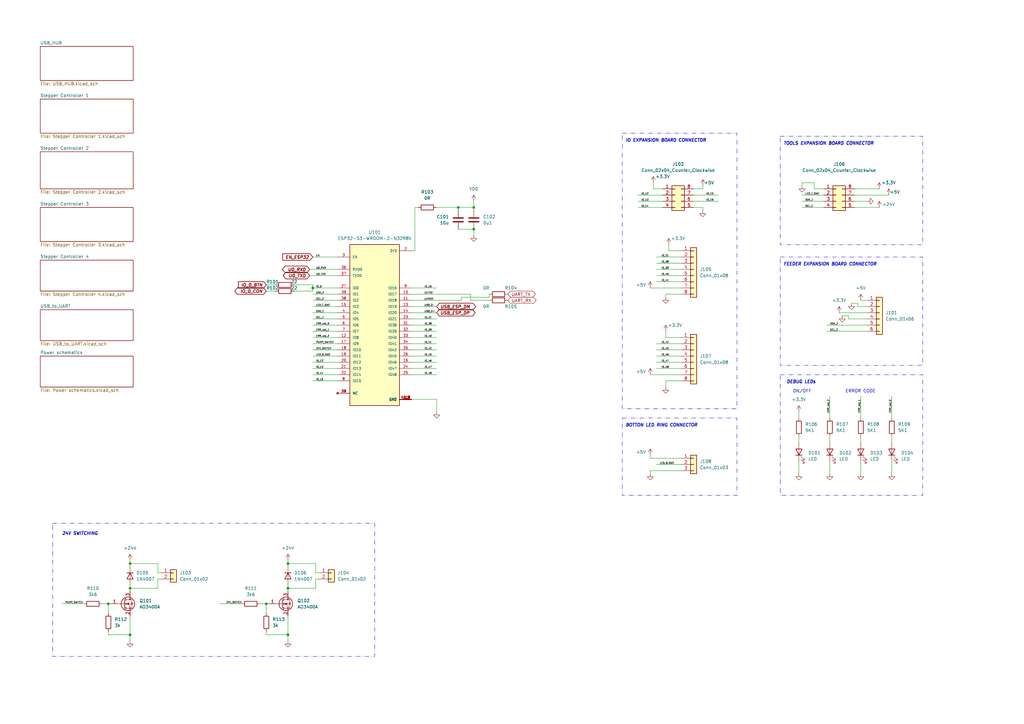
<source format=kicad_sch>
(kicad_sch (version 20230121) (generator eeschema)
  (paper "A3")
  (lib_symbols
    (symbol "Connector_Generic:Conn_01x02" (pin_names (offset 1.016) hide)
      (property "Reference" "J" (at 0 2.54 0))
      (property "Value" "Conn_01x02" (at 0 -5.08 0))
      (symbol "Conn_01x02_1_1"
        (rectangle (start -1.27 -2.413) (end 0 -2.667) (stroke (width 0.1524)))
        (rectangle (start -1.27 0.127) (end 0 -0.127) (stroke (width 0.1524)))
        (rectangle (start -1.27 1.27) (end 1.27 -3.81) (stroke (width 0.254)) (fill (type background)))
        (pin passive line (at -5.08 0 0) (length 3.81) (name "Pin_1") (number "1"))
        (pin passive line (at -5.08 -2.54 0) (length 3.81) (name "Pin_2") (number "2"))
      )
    )
    (symbol "Connector_Generic:Conn_01x03" (pin_names (offset 1.016) hide)
      (property "Reference" "J" (at 0 5.08 0))
      (property "Value" "Conn_01x03" (at 0 -5.08 0))
      (symbol "Conn_01x03_1_1"
        (rectangle (start -1.27 -2.413) (end 0 -2.667) (stroke (width 0.1524)))
        (rectangle (start -1.27 0.127) (end 0 -0.127) (stroke (width 0.1524)))
        (rectangle (start -1.27 2.667) (end 0 2.413) (stroke (width 0.1524)))
        (rectangle (start -1.27 3.81) (end 1.27 -3.81) (stroke (width 0.254)) (fill (type background)))
        (pin passive line (at -5.08 2.54 0) (length 3.81) (name "Pin_1") (number "1"))
        (pin passive line (at -5.08 0 0) (length 3.81) (name "Pin_2") (number "2"))
        (pin passive line (at -5.08 -2.54 0) (length 3.81) (name "Pin_3") (number "3"))
      )
    )
    (symbol "Connector_Generic:Conn_01x06" (pin_names (offset 1.016) hide)
      (property "Reference" "J" (at 0 7.62 0))
      (property "Value" "Conn_01x06" (at 0 -10.16 0))
      (symbol "Conn_01x06_1_1"
        (rectangle (start -1.27 -7.493) (end 0 -7.747) (stroke (width 0.1524)))
        (rectangle (start -1.27 -4.953) (end 0 -5.207) (stroke (width 0.1524)))
        (rectangle (start -1.27 -2.413) (end 0 -2.667) (stroke (width 0.1524)))
        (rectangle (start -1.27 0.127) (end 0 -0.127) (stroke (width 0.1524)))
        (rectangle (start -1.27 2.667) (end 0 2.413) (stroke (width 0.1524)))
        (rectangle (start -1.27 5.207) (end 0 4.953) (stroke (width 0.1524)))
        (rectangle (start -1.27 6.35) (end 1.27 -8.89) (stroke (width 0.254)) (fill (type background)))
        (pin passive line (at -5.08 5.08 0) (length 3.81) (name "Pin_1") (number "1"))
        (pin passive line (at -5.08 2.54 0) (length 3.81) (name "Pin_2") (number "2"))
        (pin passive line (at -5.08 0 0) (length 3.81) (name "Pin_3") (number "3"))
        (pin passive line (at -5.08 -2.54 0) (length 3.81) (name "Pin_4") (number "4"))
        (pin passive line (at -5.08 -5.08 0) (length 3.81) (name "Pin_5") (number "5"))
        (pin passive line (at -5.08 -7.62 0) (length 3.81) (name "Pin_6") (number "6"))
      )
    )
    (symbol "Connector_Generic:Conn_01x08" (pin_names (offset 1.016) hide)
      (property "Reference" "J" (at 0 10.16 0))
      (property "Value" "Conn_01x08" (at 0 -12.7 0))
      (symbol "Conn_01x08_1_1"
        (rectangle (start -1.27 -10.033) (end 0 -10.287) (stroke (width 0.1524)))
        (rectangle (start -1.27 -7.493) (end 0 -7.747) (stroke (width 0.1524)))
        (rectangle (start -1.27 -4.953) (end 0 -5.207) (stroke (width 0.1524)))
        (rectangle (start -1.27 -2.413) (end 0 -2.667) (stroke (width 0.1524)))
        (rectangle (start -1.27 0.127) (end 0 -0.127) (stroke (width 0.1524)))
        (rectangle (start -1.27 2.667) (end 0 2.413) (stroke (width 0.1524)))
        (rectangle (start -1.27 5.207) (end 0 4.953) (stroke (width 0.1524)))
        (rectangle (start -1.27 7.747) (end 0 7.493) (stroke (width 0.1524)))
        (rectangle (start -1.27 8.89) (end 1.27 -11.43) (stroke (width 0.254)) (fill (type background)))
        (pin passive line (at -5.08 7.62 0) (length 3.81) (name "Pin_1") (number "1"))
        (pin passive line (at -5.08 5.08 0) (length 3.81) (name "Pin_2") (number "2"))
        (pin passive line (at -5.08 2.54 0) (length 3.81) (name "Pin_3") (number "3"))
        (pin passive line (at -5.08 0 0) (length 3.81) (name "Pin_4") (number "4"))
        (pin passive line (at -5.08 -2.54 0) (length 3.81) (name "Pin_5") (number "5"))
        (pin passive line (at -5.08 -5.08 0) (length 3.81) (name "Pin_6") (number "6"))
        (pin passive line (at -5.08 -7.62 0) (length 3.81) (name "Pin_7") (number "7"))
        (pin passive line (at -5.08 -10.16 0) (length 3.81) (name "Pin_8") (number "8"))
      )
    )
    (symbol "Connector_Generic:Conn_02x04_Counter_Clockwise" (pin_names (offset 1.016) hide)
      (property "Reference" "J" (at 1.27 5.08 0))
      (property "Value" "Conn_02x04_Counter_Clockwise" (at 1.27 -7.62 0))
      (symbol "Conn_02x04_Counter_Clockwise_1_1"
        (rectangle (start -1.27 -4.953) (end 0 -5.207) (stroke (width 0.1524)))
        (rectangle (start -1.27 -2.413) (end 0 -2.667) (stroke (width 0.1524)))
        (rectangle (start -1.27 0.127) (end 0 -0.127) (stroke (width 0.1524)))
        (rectangle (start -1.27 2.667) (end 0 2.413) (stroke (width 0.1524)))
        (rectangle (start -1.27 3.81) (end 3.81 -6.35) (stroke (width 0.254)) (fill (type background)))
        (rectangle (start 3.81 -4.953) (end 2.54 -5.207) (stroke (width 0.1524)))
        (rectangle (start 3.81 -2.413) (end 2.54 -2.667) (stroke (width 0.1524)))
        (rectangle (start 3.81 0.127) (end 2.54 -0.127) (stroke (width 0.1524)))
        (rectangle (start 3.81 2.667) (end 2.54 2.413) (stroke (width 0.1524)))
        (pin passive line (at -5.08 2.54 0) (length 3.81) (name "Pin_1") (number "1"))
        (pin passive line (at -5.08 0 0) (length 3.81) (name "Pin_2") (number "2"))
        (pin passive line (at -5.08 -2.54 0) (length 3.81) (name "Pin_3") (number "3"))
        (pin passive line (at -5.08 -5.08 0) (length 3.81) (name "Pin_4") (number "4"))
        (pin passive line (at 7.62 -5.08 180) (length 3.81) (name "Pin_5") (number "5"))
        (pin passive line (at 7.62 -2.54 180) (length 3.81) (name "Pin_6") (number "6"))
        (pin passive line (at 7.62 0 180) (length 3.81) (name "Pin_7") (number "7"))
        (pin passive line (at 7.62 2.54 180) (length 3.81) (name "Pin_8") (number "8"))
      )
    )
    (symbol "Device:C" (pin_numbers hide) (pin_names (offset 0.254))
      (property "Reference" "C" (at 0.635 2.54 0))
      (property "Value" "C" (at 0.635 -2.54 0))
      (symbol "C_0_1"
        (polyline (pts (xy -2.032 -0.762) (xy 2.032 -0.762)) (stroke (width 0.508)))
        (polyline (pts (xy -2.032 0.762) (xy 2.032 0.762)) (stroke (width 0.508)))
      )
      (symbol "C_1_1"
        (pin passive line (at 0 3.81 270) (length 2.794) (name "~") (number "1"))
        (pin passive line (at 0 -3.81 90) (length 2.794) (name "~") (number "2"))
      )
    )
    (symbol "Device:LED" (pin_numbers hide) (pin_names (offset 1.016) hide)
      (property "Reference" "D" (at 0 2.54 0))
      (property "Value" "LED" (at 0 -2.54 0))
      (symbol "LED_0_1"
        (polyline (pts (xy -1.27 -1.27) (xy -1.27 1.27)) (stroke (width 0.254)))
        (polyline (pts (xy -1.27 0) (xy 1.27 0)))
        (polyline (pts (xy 1.27 -1.27) (xy 1.27 1.27) (xy -1.27 0) (xy 1.27 -1.27)) (stroke (width 0.254)))
        (polyline (pts (xy -3.048 -0.762) (xy -4.572 -2.286) (xy -3.81 -2.286) (xy -4.572 -2.286) (xy -4.572 -1.524)))
        (polyline (pts (xy -1.778 -0.762) (xy -3.302 -2.286) (xy -2.54 -2.286) (xy -3.302 -2.286) (xy -3.302 -1.524)))
      )
      (symbol "LED_1_1"
        (pin passive line (at -3.81 0 0) (length 2.54) (name "K") (number "1"))
        (pin passive line (at 3.81 0 180) (length 2.54) (name "A") (number "2"))
      )
    )
    (symbol "Device:R" (pin_numbers hide) (pin_names (offset 0))
      (property "Reference" "R" (at 2.032 0 90))
      (property "Value" "R" (at 0 0 90))
      (symbol "R_0_1"
        (rectangle (start -1.016 -2.54) (end 1.016 2.54) (stroke (width 0.254)))
      )
      (symbol "R_1_1"
        (pin passive line (at 0 3.81 270) (length 1.27) (name "~") (number "1"))
        (pin passive line (at 0 -3.81 90) (length 1.27) (name "~") (number "2"))
      )
    )
    (symbol "Diode:1N4007" (pin_numbers hide) (pin_names hide)
      (property "Reference" "D" (at 0 2.54 0))
      (property "Value" "1N4007" (at 0 -2.54 0))
      (symbol "1N4007_0_1"
        (polyline (pts (xy -1.27 1.27) (xy -1.27 -1.27)) (stroke (width 0.254)))
        (polyline (pts (xy 1.27 0) (xy -1.27 0)))
        (polyline (pts (xy 1.27 1.27) (xy 1.27 -1.27) (xy -1.27 0) (xy 1.27 1.27)) (stroke (width 0.254)))
      )
      (symbol "1N4007_1_1"
        (pin passive line (at -3.81 0 0) (length 2.54) (name "K") (number "1"))
        (pin passive line (at 3.81 0 180) (length 2.54) (name "A") (number "2"))
      )
    )
    (symbol "ESP32-S3-WROOM-2-N32R8V:ESP32-S3-WROOM-2-N32R8V" (pin_names (offset 1.016))
      (property "Reference" "U" (at -10.16 33.782 0))
      (property "Value" "ESP32-S3-WROOM-2-N32R8V" (at -10.16 -35.56 0))
      (symbol "ESP32-S3-WROOM-2-N32R8V_0_0"
        (rectangle (start -10.16 -33.02) (end 10.16 33.02) (stroke (width 0.254)) (fill (type background)))
        (pin power_in line (at 15.24 -30.48 180) (length 5.08) (name "GND") (number "1"))
        (pin bidirectional line (at 15.24 12.7 180) (length 5.08) (name "IO17") (number "10"))
        (pin bidirectional line (at 15.24 10.16 180) (length 5.08) (name "IO18") (number "11"))
        (pin bidirectional line (at -15.24 -5.08 0) (length 5.08) (name "IO8") (number "12"))
        (pin bidirectional line (at 15.24 7.62 180) (length 5.08) (name "IO19") (number "13"))
        (pin bidirectional line (at 15.24 5.08 180) (length 5.08) (name "IO20") (number "14"))
        (pin bidirectional line (at -15.24 7.62 0) (length 5.08) (name "IO3") (number "15"))
        (pin bidirectional line (at 15.24 -15.24 180) (length 5.08) (name "IO46") (number "16"))
        (pin bidirectional line (at -15.24 -7.62 0) (length 5.08) (name "IO9") (number "17"))
        (pin bidirectional line (at -15.24 -10.16 0) (length 5.08) (name "IO10") (number "18"))
        (pin bidirectional line (at -15.24 -12.7 0) (length 5.08) (name "IO11") (number "19"))
        (pin power_in line (at 15.24 30.48 180) (length 5.08) (name "3V3") (number "2"))
        (pin bidirectional line (at -15.24 -15.24 0) (length 5.08) (name "IO12") (number "20"))
        (pin bidirectional line (at -15.24 -17.78 0) (length 5.08) (name "IO13") (number "21"))
        (pin bidirectional line (at -15.24 -20.32 0) (length 5.08) (name "IO14") (number "22"))
        (pin bidirectional line (at 15.24 2.54 180) (length 5.08) (name "IO21") (number "23"))
        (pin bidirectional line (at 15.24 -17.78 180) (length 5.08) (name "IO47") (number "24"))
        (pin bidirectional line (at 15.24 -20.32 180) (length 5.08) (name "IO48") (number "25"))
        (pin bidirectional line (at 15.24 -12.7 180) (length 5.08) (name "IO45") (number "26"))
        (pin bidirectional line (at -15.24 15.24 0) (length 5.08) (name "IO0") (number "27"))
        (pin no_connect line (at -15.24 -27.94 0) (length 5.08) (name "NC") (number "28"))
        (pin no_connect line (at -15.24 -27.94 0) (length 5.08) (name "NC") (number "29"))
        (pin input line (at -15.24 27.94 0) (length 5.08) (name "EN") (number "3"))
        (pin no_connect line (at -15.24 -27.94 0) (length 5.08) (name "NC") (number "30"))
        (pin bidirectional line (at 15.24 0 180) (length 5.08) (name "IO38") (number "31"))
        (pin bidirectional line (at 15.24 -2.54 180) (length 5.08) (name "IO39") (number "32"))
        (pin bidirectional line (at 15.24 -5.08 180) (length 5.08) (name "IO40") (number "33"))
        (pin bidirectional line (at 15.24 -7.62 180) (length 5.08) (name "IO41") (number "34"))
        (pin bidirectional line (at 15.24 -10.16 180) (length 5.08) (name "IO42") (number "35"))
        (pin bidirectional line (at -15.24 22.86 0) (length 5.08) (name "RXD0") (number "36"))
        (pin bidirectional line (at -15.24 20.32 0) (length 5.08) (name "TXD0") (number "37"))
        (pin bidirectional line (at -15.24 10.16 0) (length 5.08) (name "IO2") (number "38"))
        (pin bidirectional line (at -15.24 12.7 0) (length 5.08) (name "IO1") (number "39"))
        (pin bidirectional line (at -15.24 5.08 0) (length 5.08) (name "IO4") (number "4"))
        (pin power_in line (at 15.24 -30.48 180) (length 5.08) (name "GND") (number "40"))
        (pin power_in line (at 15.24 -30.48 180) (length 5.08) (name "GND") (number "41_1"))
        (pin power_in line (at 15.24 -30.48 180) (length 5.08) (name "GND") (number "41_2"))
        (pin power_in line (at 15.24 -30.48 180) (length 5.08) (name "GND") (number "41_3"))
        (pin power_in line (at 15.24 -30.48 180) (length 5.08) (name "GND") (number "41_4"))
        (pin power_in line (at 15.24 -30.48 180) (length 5.08) (name "GND") (number "41_5"))
        (pin power_in line (at 15.24 -30.48 180) (length 5.08) (name "GND") (number "41_6"))
        (pin power_in line (at 15.24 -30.48 180) (length 5.08) (name "GND") (number "41_7"))
        (pin power_in line (at 15.24 -30.48 180) (length 5.08) (name "GND") (number "41_8"))
        (pin power_in line (at 15.24 -30.48 180) (length 5.08) (name "GND") (number "41_9"))
        (pin bidirectional line (at -15.24 2.54 0) (length 5.08) (name "IO5") (number "5"))
        (pin bidirectional line (at -15.24 0 0) (length 5.08) (name "IO6") (number "6"))
        (pin bidirectional line (at -15.24 -2.54 0) (length 5.08) (name "IO7") (number "7"))
        (pin bidirectional line (at -15.24 -22.86 0) (length 5.08) (name "IO15") (number "8"))
        (pin bidirectional line (at 15.24 15.24 180) (length 5.08) (name "IO16") (number "9"))
      )
    )
    (symbol "Transistor_FET:AO3400A" (pin_names hide)
      (property "Reference" "Q" (at 5.08 1.905 0))
      (property "Value" "AO3400A" (at 5.08 0 0))
      (symbol "AO3400A_0_1"
        (polyline (pts (xy 0.254 0) (xy -2.54 0)))
        (polyline (pts (xy 0.254 1.905) (xy 0.254 -1.905)) (stroke (width 0.254)))
        (polyline (pts (xy 0.762 -1.27) (xy 0.762 -2.286)) (stroke (width 0.254)))
        (polyline (pts (xy 0.762 0.508) (xy 0.762 -0.508)) (stroke (width 0.254)))
        (polyline (pts (xy 0.762 2.286) (xy 0.762 1.27)) (stroke (width 0.254)))
        (polyline (pts (xy 2.54 2.54) (xy 2.54 1.778)))
        (polyline (pts (xy 2.54 -2.54) (xy 2.54 0) (xy 0.762 0)))
        (polyline (pts (xy 0.762 -1.778) (xy 3.302 -1.778) (xy 3.302 1.778) (xy 0.762 1.778)))
        (polyline (pts (xy 1.016 0) (xy 2.032 0.381) (xy 2.032 -0.381) (xy 1.016 0)) (fill (type outline)))
        (polyline (pts (xy 2.794 0.508) (xy 2.921 0.381) (xy 3.683 0.381) (xy 3.81 0.254)))
        (polyline (pts (xy 3.302 0.381) (xy 2.921 -0.254) (xy 3.683 -0.254) (xy 3.302 0.381)))
        (circle (center 1.651 0) (radius 2.794) (stroke (width 0.254)))
        (circle (center 2.54 -1.778) (radius 0.254) (fill (type outline)))
        (circle (center 2.54 1.778) (radius 0.254) (fill (type outline)))
      )
      (symbol "AO3400A_1_1"
        (pin input line (at -5.08 0 0) (length 2.54) (name "G") (number "1"))
        (pin passive line (at 2.54 -5.08 90) (length 2.54) (name "S") (number "2"))
        (pin passive line (at 2.54 5.08 270) (length 2.54) (name "D") (number "3"))
      )
    )
    (symbol "power:+24V" (power) (pin_names (offset 0))
      (property "Value" "+24V" (at 0 3.556 0))
      (symbol "+24V_0_1"
        (polyline (pts (xy -0.762 1.27) (xy 0 2.54)))
        (polyline (pts (xy 0 0) (xy 0 2.54)))
        (polyline (pts (xy 0 2.54) (xy 0.762 1.27)))
      )
      (symbol "+24V_1_1"
        (pin power_in line (at 0 0 90) (length 0) hide (name "+24V") (number "1"))
      )
    )
    (symbol "power:+3.3V" (power) (pin_names (offset 0))
      (property "Value" "+3.3V" (at 0 3.556 0))
      (symbol "+3.3V_0_1"
        (polyline (pts (xy -0.762 1.27) (xy 0 2.54)))
        (polyline (pts (xy 0 0) (xy 0 2.54)))
        (polyline (pts (xy 0 2.54) (xy 0.762 1.27)))
      )
      (symbol "+3.3V_1_1"
        (pin power_in line (at 0 0 90) (length 0) hide (name "+3.3V") (number "1"))
      )
    )
    (symbol "power:+5V" (power) (pin_names (offset 0))
      (property "Value" "+5V" (at 0 3.556 0))
      (symbol "+5V_0_1"
        (polyline (pts (xy -0.762 1.27) (xy 0 2.54)))
        (polyline (pts (xy 0 0) (xy 0 2.54)))
        (polyline (pts (xy 0 2.54) (xy 0.762 1.27)))
      )
      (symbol "+5V_1_1"
        (pin power_in line (at 0 0 90) (length 0) hide (name "+5V") (number "1"))
      )
    )
    (symbol "power:GND" (power) (pin_names (offset 0))
      (property "Value" "GND" (at 0 -3.81 0))
      (symbol "GND_0_1"
        (polyline (pts (xy 0 0) (xy 0 -1.27) (xy 1.27 -1.27) (xy 0 -2.54) (xy -1.27 -1.27) (xy 0 -1.27)))
      )
      (symbol "GND_1_1"
        (pin power_in line (at 0 0 270) (length 0) hide (name "GND") (number "1"))
      )
    )
    (symbol "power:VDD" (power) (pin_names (offset 0))
      (property "Value" "+3.3_ESP" (at 0 5.08 0))
      (symbol "VDD_0_1"
        (polyline (pts (xy -0.762 1.27) (xy 0 2.54)))
        (polyline (pts (xy 0 0) (xy 0 2.54)))
        (polyline (pts (xy 0 2.54) (xy 0.762 1.27)))
      )
      (symbol "VDD_1_1"
        (pin power_in line (at 0 0 90) (length 0) hide (name "VDD") (number "1"))
      )
    )
  )
  (junction (at 194.31 85.09))
  (junction (at 118.11 231.14))
  (junction (at 118.11 260.35))
  (junction (at 53.34 241.3))
  (junction (at 53.34 231.14))
  (junction (at 128.27 118.11))
  (junction (at 187.96 85.09))
  (junction (at 194.31 93.98))
  (junction (at 109.22 247.65))
  (junction (at 118.11 241.3))
  (junction (at 44.45 247.65))
  (junction (at 53.34 260.35))
  (wire (pts (xy 274.32 100.33) (xy 274.32 102.87)))
  (wire (pts (xy 279.4 148.59) (xy 269.24 148.59)))
  (wire (pts (xy 130.81 237.49) (xy 129.54 237.49)))
  (wire (pts (xy 118.11 240.03) (xy 118.11 241.3)))
  (wire (pts (xy 194.31 93.98) (xy 194.31 96.52)))
  (wire (pts (xy 365.76 179.07) (xy 365.76 181.61)))
  (wire (pts (xy 279.4 113.03) (xy 269.24 113.03)))
  (wire (pts (xy 194.31 85.09) (xy 187.96 85.09)))
  (wire (pts (xy 128.27 135.89) (xy 138.43 135.89)))
  (wire (pts (xy 109.22 260.35) (xy 118.11 260.35)))
  (wire (pts (xy 266.7 187.96) (xy 279.4 187.96)))
  (wire (pts (xy 327.66 189.23) (xy 327.66 194.31)))
  (wire (pts (xy 284.48 85.09) (xy 288.29 85.09)))
  (wire (pts (xy 274.32 102.87) (xy 279.4 102.87)))
  (wire (pts (xy 353.06 162.56) (xy 353.06 171.45)))
  (wire (pts (xy 353.06 123.19) (xy 355.6 123.19)))
  (wire (pts (xy 266.7 193.04) (xy 279.4 193.04)))
  (wire (pts (xy 53.34 240.03) (xy 53.34 241.3)))
  (wire (pts (xy 273.05 135.89) (xy 273.05 138.43)))
  (wire (pts (xy 327.66 179.07) (xy 327.66 181.61)))
  (wire (pts (xy 128.27 138.43) (xy 138.43 138.43)))
  (wire (pts (xy 168.91 133.35) (xy 179.07 133.35)))
  (wire (pts (xy 53.34 252.73) (xy 53.34 260.35)))
  (wire (pts (xy 168.91 130.81) (xy 179.07 130.81)))
  (wire (pts (xy 345.44 129.54) (xy 347.98 129.54)))
  (wire (pts (xy 187.96 85.09) (xy 187.96 86.36)))
  (wire (pts (xy 347.98 129.54) (xy 347.98 130.81)))
  (wire (pts (xy 64.77 237.49) (xy 64.77 241.3)))
  (wire (pts (xy 347.98 130.81) (xy 355.6 130.81)))
  (wire (pts (xy 284.48 82.55) (xy 294.64 82.55)))
  (wire (pts (xy 66.04 234.95) (xy 64.77 234.95)))
  (wire (pts (xy 279.4 151.13) (xy 269.24 151.13)))
  (wire (pts (xy 353.06 189.23) (xy 353.06 194.31)))
  (wire (pts (xy 109.22 119.38) (xy 113.03 119.38)))
  (wire (pts (xy 109.22 247.65) (xy 110.49 247.65)))
  (wire (pts (xy 365.76 189.23) (xy 365.76 194.31)))
  (wire (pts (xy 193.04 120.65) (xy 193.04 123.19)))
  (wire (pts (xy 193.04 123.19) (xy 200.66 123.19)))
  (wire (pts (xy 168.91 120.65) (xy 193.04 120.65)))
  (wire (pts (xy 266.7 118.11) (xy 279.4 118.11)))
  (wire (pts (xy 128.27 116.84) (xy 120.65 116.84)))
  (wire (pts (xy 128.27 146.05) (xy 138.43 146.05)))
  (wire (pts (xy 273.05 138.43) (xy 279.4 138.43)))
  (wire (pts (xy 129.54 231.14) (xy 118.11 231.14)))
  (wire (pts (xy 128.27 151.13) (xy 138.43 151.13)))
  (wire (pts (xy 339.09 135.89) (xy 355.6 135.89)))
  (wire (pts (xy 266.7 153.67) (xy 279.4 153.67)))
  (wire (pts (xy 279.4 140.97) (xy 269.24 140.97)))
  (wire (pts (xy 168.91 138.43) (xy 179.07 138.43)))
  (wire (pts (xy 179.07 163.83) (xy 179.07 168.91)))
  (wire (pts (xy 189.23 123.19) (xy 189.23 121.92)))
  (wire (pts (xy 266.7 186.69) (xy 266.7 187.96)))
  (wire (pts (xy 279.4 146.05) (xy 269.24 146.05)))
  (wire (pts (xy 129.54 237.49) (xy 129.54 241.3)))
  (wire (pts (xy 350.52 82.55) (xy 355.6 82.55)))
  (wire (pts (xy 64.77 241.3) (xy 53.34 241.3)))
  (wire (pts (xy 350.52 80.01) (xy 364.49 80.01)))
  (wire (pts (xy 118.11 241.3) (xy 118.11 242.57)))
  (wire (pts (xy 261.62 85.09) (xy 271.78 85.09)))
  (wire (pts (xy 127 110.49) (xy 138.43 110.49)))
  (wire (pts (xy 273.05 120.65) (xy 273.05 121.92)))
  (wire (pts (xy 339.09 133.35) (xy 355.6 133.35)))
  (wire (pts (xy 350.52 85.09) (xy 360.68 85.09)))
  (wire (pts (xy 128.27 118.11) (xy 128.27 116.84)))
  (wire (pts (xy 120.65 119.38) (xy 128.27 119.38)))
  (wire (pts (xy 194.31 86.36) (xy 194.31 85.09)))
  (wire (pts (xy 128.27 105.41) (xy 138.43 105.41)))
  (wire (pts (xy 118.11 229.87) (xy 118.11 231.14)))
  (wire (pts (xy 279.4 115.57) (xy 269.24 115.57)))
  (wire (pts (xy 168.91 153.67) (xy 179.07 153.67)))
  (wire (pts (xy 118.11 252.73) (xy 118.11 260.35)))
  (wire (pts (xy 109.22 247.65) (xy 109.22 251.46)))
  (wire (pts (xy 168.91 148.59) (xy 179.07 148.59)))
  (wire (pts (xy 168.91 140.97) (xy 179.07 140.97)))
  (wire (pts (xy 128.27 125.73) (xy 138.43 125.73)))
  (wire (pts (xy 328.93 82.55) (xy 337.82 82.55)))
  (wire (pts (xy 128.27 133.35) (xy 138.43 133.35)))
  (wire (pts (xy 128.27 143.51) (xy 138.43 143.51)))
  (wire (pts (xy 288.29 77.47) (xy 284.48 77.47)))
  (wire (pts (xy 189.23 121.92) (xy 200.66 121.92)))
  (wire (pts (xy 53.34 260.35) (xy 53.34 262.89)))
  (wire (pts (xy 106.68 247.65) (xy 109.22 247.65)))
  (wire (pts (xy 44.45 259.08) (xy 44.45 260.35)))
  (wire (pts (xy 279.4 105.41) (xy 269.24 105.41)))
  (wire (pts (xy 349.25 124.46) (xy 351.79 124.46)))
  (wire (pts (xy 53.34 229.87) (xy 53.34 231.14)))
  (wire (pts (xy 328.93 85.09) (xy 337.82 85.09)))
  (wire (pts (xy 118.11 260.35) (xy 118.11 262.89)))
  (wire (pts (xy 127 113.03) (xy 138.43 113.03)))
  (wire (pts (xy 344.17 128.27) (xy 355.6 128.27)))
  (wire (pts (xy 351.79 125.73) (xy 355.6 125.73)))
  (wire (pts (xy 53.34 241.3) (xy 53.34 242.57)))
  (wire (pts (xy 109.22 259.08) (xy 109.22 260.35)))
  (wire (pts (xy 334.01 77.47) (xy 337.82 77.47)))
  (wire (pts (xy 168.91 135.89) (xy 179.07 135.89)))
  (wire (pts (xy 170.18 85.09) (xy 171.45 85.09)))
  (wire (pts (xy 187.96 93.98) (xy 194.31 93.98)))
  (wire (pts (xy 194.31 82.55) (xy 194.31 85.09)))
  (wire (pts (xy 288.29 76.2) (xy 288.29 77.47)))
  (wire (pts (xy 44.45 247.65) (xy 45.72 247.65)))
  (wire (pts (xy 168.91 151.13) (xy 179.07 151.13)))
  (wire (pts (xy 279.4 143.51) (xy 269.24 143.51)))
  (wire (pts (xy 340.36 189.23) (xy 340.36 194.31)))
  (wire (pts (xy 128.27 120.65) (xy 138.43 120.65)))
  (wire (pts (xy 129.54 241.3) (xy 118.11 241.3)))
  (wire (pts (xy 279.4 110.49) (xy 269.24 110.49)))
  (wire (pts (xy 334.01 77.47) (xy 334.01 74.93)))
  (wire (pts (xy 261.62 80.01) (xy 271.78 80.01)))
  (wire (pts (xy 351.79 124.46) (xy 351.79 125.73)))
  (wire (pts (xy 168.91 125.73) (xy 179.07 125.73)))
  (wire (pts (xy 130.81 234.95) (xy 129.54 234.95)))
  (wire (pts (xy 267.97 74.93) (xy 267.97 77.47)))
  (wire (pts (xy 365.76 162.56) (xy 365.76 171.45)))
  (wire (pts (xy 109.22 116.84) (xy 113.03 116.84)))
  (wire (pts (xy 179.07 85.09) (xy 187.96 85.09)))
  (wire (pts (xy 353.06 179.07) (xy 353.06 181.61)))
  (wire (pts (xy 279.4 107.95) (xy 269.24 107.95)))
  (wire (pts (xy 128.27 148.59) (xy 138.43 148.59)))
  (wire (pts (xy 53.34 231.14) (xy 53.34 232.41)))
  (wire (pts (xy 64.77 234.95) (xy 64.77 231.14)))
  (wire (pts (xy 269.24 190.5) (xy 279.4 190.5)))
  (wire (pts (xy 44.45 247.65) (xy 44.45 251.46)))
  (wire (pts (xy 267.97 77.47) (xy 271.78 77.47)))
  (wire (pts (xy 128.27 156.21) (xy 138.43 156.21)))
  (wire (pts (xy 279.4 120.65) (xy 273.05 120.65)))
  (wire (pts (xy 328.93 80.01) (xy 337.82 80.01)))
  (wire (pts (xy 284.48 80.01) (xy 294.64 80.01)))
  (wire (pts (xy 328.93 74.93) (xy 328.93 76.2)))
  (wire (pts (xy 90.17 247.65) (xy 99.06 247.65)))
  (wire (pts (xy 66.04 237.49) (xy 64.77 237.49)))
  (wire (pts (xy 128.27 118.11) (xy 138.43 118.11)))
  (wire (pts (xy 168.91 143.51) (xy 179.07 143.51)))
  (wire (pts (xy 273.05 156.21) (xy 279.4 156.21)))
  (wire (pts (xy 128.27 140.97) (xy 138.43 140.97)))
  (wire (pts (xy 129.54 234.95) (xy 129.54 231.14)))
  (wire (pts (xy 273.05 158.75) (xy 273.05 156.21)))
  (wire (pts (xy 44.45 260.35) (xy 53.34 260.35)))
  (wire (pts (xy 170.18 102.87) (xy 168.91 102.87)))
  (wire (pts (xy 261.62 82.55) (xy 271.78 82.55)))
  (wire (pts (xy 128.27 128.27) (xy 138.43 128.27)))
  (wire (pts (xy 128.27 130.81) (xy 138.43 130.81)))
  (wire (pts (xy 350.52 77.47) (xy 360.68 77.47)))
  (wire (pts (xy 128.27 119.38) (xy 128.27 118.11)))
  (wire (pts (xy 168.91 146.05) (xy 179.07 146.05)))
  (wire (pts (xy 128.27 123.19) (xy 138.43 123.19)))
  (wire (pts (xy 170.18 85.09) (xy 170.18 102.87)))
  (wire (pts (xy 128.27 153.67) (xy 138.43 153.67)))
  (wire (pts (xy 334.01 74.93) (xy 328.93 74.93)))
  (wire (pts (xy 118.11 231.14) (xy 118.11 232.41)))
  (wire (pts (xy 168.91 128.27) (xy 179.07 128.27)))
  (wire (pts (xy 266.7 194.31) (xy 266.7 193.04)))
  (wire (pts (xy 200.66 121.92) (xy 200.66 120.65)))
  (wire (pts (xy 168.91 163.83) (xy 179.07 163.83)))
  (wire (pts (xy 327.66 168.91) (xy 327.66 171.45)))
  (wire (pts (xy 168.91 123.19) (xy 189.23 123.19)))
  (wire (pts (xy 340.36 162.56) (xy 340.36 171.45)))
  (wire (pts (xy 25.4 247.65) (xy 34.29 247.65)))
  (wire (pts (xy 168.91 118.11) (xy 179.07 118.11)))
  (wire (pts (xy 340.36 179.07) (xy 340.36 181.61)))
  (wire (pts (xy 64.77 231.14) (xy 53.34 231.14)))
  (wire (pts (xy 41.91 247.65) (xy 44.45 247.65)))
  (wire (pts (xy 288.29 85.09) (xy 288.29 86.36)))
  (rectangle (start 255.27 54.61) (end 302.26 167.64) (stroke (width 0) (type dash_dot_dot)))
  (rectangle (start 320.04 153.67) (end 378.46 203.2) (stroke (width 0) (type dash_dot_dot)))
  (rectangle (start 21.59 214.63) (end 153.67 269.24) (stroke (width 0) (type dash_dot_dot)))
  (rectangle (start 320.04 105.41) (end 378.46 149.86) (stroke (width 0) (type dash_dot_dot)))
  (rectangle (start 320.04 55.88) (end 378.46 100.33) (stroke (width 0) (type dash_dot_dot)))
  (rectangle (start 255.27 171.45) (end 302.26 203.2) (stroke (width 0) (type dash_dot_dot)))
  (text "ERROR CODE" (at 346.71 161.29 0) (effects (font (size 1.27 1.27)) (justify left bottom)))
  (text "24V SWITCHING" (at 25.4 219.71 0) (effects (font (size 1.27 1.27) bold italic) (justify left bottom)))
  (text "TOOLS EXPANSION BOARD CONNECTOR\n" (at 321.31 59.69 0) (effects (font (size 1.27 1.27) bold italic) (justify left bottom)))
  (text "BOTTON LED RING CONNECTOR\n" (at 256.54 175.26 0) (effects (font (size 1.27 1.27) bold italic) (justify left bottom)))
  (text "ON/OFF" (at 325.12 161.29 0) (effects (font (size 1.27 1.27)) (justify left bottom)))
  (text "DEBUG LEDs" (at 322.58 157.48 0) (effects (font (size 1.27 1.27) bold italic) (justify left bottom)))
  (text "FEEDER EXPANSION BOARD CONNECTOR\n" (at 321.31 109.22 0) (effects (font (size 1.27 1.27) bold italic) (justify left bottom)))
  (text "IO EXPANSION BOARD CONNECTOR\n" (at 256.54 58.42 0) (effects (font (size 1.27 1.27) bold italic) (justify left bottom)))
  (label "IO_38" (at 173.99 133.35 0) (effects (font (size 0.7 0.7) bold italic)))
  (label "ERR_led_1" (at 353.06 163.83 270) (effects (font (size 0.7 0.7) bold italic)))
  (label "IO_39" (at 173.99 135.89 0) (effects (font (size 0.7 0.7) bold italic)))
  (label "ERR_led_0" (at 365.76 163.83 270) (effects (font (size 0.7 0.7) bold italic)))
  (label "ERR_led_2" (at 129.54 138.43 0) (effects (font (size 0.7 0.7) bold italic)))
  (label "IO_39" (at 274.32 110.49 180) (effects (font (size 0.7 0.7) bold italic)))
  (label "IO_12" (at 129.54 148.59 0) (effects (font (size 0.7 0.7) bold italic)))
  (label "SCL_2" (at 129.54 123.19 0) (effects (font (size 0.7 0.7) bold italic)))
  (label "IO_41" (at 173.99 140.97 0) (effects (font (size 0.7 0.7) bold italic)))
  (label "IO_48" (at 274.32 151.13 180) (effects (font (size 0.7 0.7) bold italic)))
  (label "IO_16" (at 289.56 82.55 0) (effects (font (size 0.7 0.7) bold italic)))
  (label "IO_16" (at 173.99 118.11 0) (effects (font (size 0.7 0.7) bold italic)))
  (label "ERR_led_1" (at 129.54 135.89 0) (effects (font (size 0.7 0.7) bold italic)))
  (label "IO_14" (at 129.54 153.67 0) (effects (font (size 0.7 0.7) bold italic)))
  (label "IO_42" (at 173.99 143.51 0) (effects (font (size 0.7 0.7) bold italic)))
  (label "IO_41" (at 274.32 115.57 180) (effects (font (size 0.7 0.7) bold italic)))
  (label "IO_40" (at 173.99 138.43 0) (effects (font (size 0.7 0.7) bold italic)))
  (label "SCL_2" (at 340.36 135.89 0) (effects (font (size 0.7 0.7) bold italic)))
  (label "EN" (at 129.54 105.41 0) (effects (font (size 0.7 0.7) bold italic)))
  (label "SCL_1" (at 330.2 85.09 0) (effects (font (size 0.7 0.7) bold italic)))
  (label "24V_SWITCH" (at 92.71 247.65 0) (effects (font (size 0.7 0.7) bold italic)))
  (label "ERR_led_0" (at 129.54 133.35 0) (effects (font (size 0.7 0.7) bold italic)))
  (label "IO_47" (at 173.99 151.13 0) (effects (font (size 0.7 0.7) bold italic)))
  (label "IO_15" (at 129.54 156.21 0) (effects (font (size 0.7 0.7) bold italic)))
  (label "U1RXD" (at 173.99 123.19 0) (effects (font (size 0.7 0.7) bold italic)))
  (label "IO_13" (at 129.54 151.13 0) (effects (font (size 0.7 0.7) bold italic)))
  (label "ERR_led_2" (at 340.36 163.83 270) (effects (font (size 0.7 0.7) bold italic)))
  (label "USB_D-" (at 173.99 125.73 0) (effects (font (size 0.7 0.7) bold italic)))
  (label "U0_RXD" (at 129.54 110.49 0) (effects (font (size 0.7 0.7) bold italic)))
  (label "IO_42" (at 274.32 140.97 180) (effects (font (size 0.7 0.7) bold italic)))
  (label "PUMP_SWITCH" (at 26.67 247.65 0) (effects (font (size 0.7 0.7) bold italic)))
  (label "U0_TXD" (at 129.54 113.03 0) (effects (font (size 0.7 0.7) bold italic)))
  (label "SDA_1" (at 129.54 128.27 0) (effects (font (size 0.7 0.7) bold italic)))
  (label "24V_SWITCH" (at 129.54 143.51 0) (effects (font (size 0.7 0.7) bold italic)))
  (label "LED_T_SWC" (at 129.54 125.73 0) (effects (font (size 0.7 0.7) bold italic)))
  (label "IO_45" (at 173.99 146.05 0) (effects (font (size 0.7 0.7) bold italic)))
  (label "IO_14" (at 262.89 85.09 0) (effects (font (size 0.7 0.7) bold italic)))
  (label "IO_45" (at 274.32 143.51 180) (effects (font (size 0.7 0.7) bold italic)))
  (label "IO_38" (at 274.32 107.95 180) (effects (font (size 0.7 0.7) bold italic)))
  (label "USB_D+" (at 173.99 128.27 0) (effects (font (size 0.7 0.7) bold italic)))
  (label "SDA_1" (at 330.2 82.55 0) (effects (font (size 0.7 0.7) bold italic)))
  (label "SCL_1" (at 129.54 130.81 0) (effects (font (size 0.7 0.7) bold italic)))
  (label "IO_47" (at 274.32 148.59 180) (effects (font (size 0.7 0.7) bold italic)))
  (label "IO_21" (at 274.32 105.41 180) (effects (font (size 0.7 0.7) bold italic)))
  (label "IO_40" (at 274.32 113.03 180) (effects (font (size 0.7 0.7) bold italic)))
  (label "IO_15" (at 289.56 80.01 0) (effects (font (size 0.7 0.7) bold italic)))
  (label "LED_T_SWC" (at 330.2 80.01 0) (effects (font (size 0.7 0.7) bold italic)))
  (label "U1TXD" (at 173.99 120.65 0) (effects (font (size 0.7 0.7) bold italic)))
  (label "SDA_2" (at 340.36 133.35 0) (effects (font (size 0.7 0.7) bold italic)))
  (label "IO_46" (at 274.32 146.05 180) (effects (font (size 0.7 0.7) bold italic)))
  (label "LED_B_SWC" (at 129.54 146.05 0) (effects (font (size 0.7 0.7) bold italic)))
  (label "IO_21" (at 173.99 130.81 0) (effects (font (size 0.7 0.7) bold italic)))
  (label "SDA_2" (at 129.54 120.65 0) (effects (font (size 0.7 0.7) bold italic)))
  (label "IO_46" (at 173.99 148.59 0) (effects (font (size 0.7 0.7) bold italic)))
  (label "IO_13" (at 262.89 82.55 0) (effects (font (size 0.7 0.7) bold italic)))
  (label "IO_0" (at 129.54 118.11 0) (effects (font (size 0.7 0.7) bold italic)))
  (label "PUMP_SWITCH" (at 129.54 140.97 0) (effects (font (size 0.7 0.7) bold italic)))
  (label "IO_48" (at 173.99 153.67 0) (effects (font (size 0.7 0.7) bold italic)))
  (label "IO_12" (at 262.89 80.01 0) (effects (font (size 0.7 0.7) bold italic)))
  (label "LED_B_SWC" (at 270.51 190.5 0) (effects (font (size 0.7 0.7) bold italic)))
  (global_label "U0_TXD" (shape bidirectional) (at 127 113.03 180) (effects (font bold italic)) (property "Intersheetrefs" "${INTERSHEET_REFS}" (effects hide)))
  (global_label "IO_0_CON" (shape bidirectional) (at 109.22 119.38 180) (effects (font bold italic)) (property "Intersheetrefs" "${INTERSHEET_REFS}" (effects hide)))
  (global_label "UART_RX" (shape bidirectional) (at 208.28 123.19 0) (property "Intersheetrefs" "${INTERSHEET_REFS}" (effects hide)))
  (global_label "UART_TX" (shape bidirectional) (at 208.28 120.65 0) (property "Intersheetrefs" "${INTERSHEET_REFS}" (effects hide)))
  (global_label "USB_ESP_DM" (shape bidirectional) (at 179.07 125.73 0) (effects (font bold italic)) (property "Intersheetrefs" "${INTERSHEET_REFS}" (effects hide)))
  (global_label "IO_0_BTN" (shape input) (at 109.22 116.84 180) (effects (font bold italic)) (property "Intersheetrefs" "${INTERSHEET_REFS}" (effects hide)))
  (global_label "EN_ESP32" (shape input) (at 128.27 105.41 180) (effects (font bold italic)) (property "Intersheetrefs" "${INTERSHEET_REFS}" (effects hide)))
  (global_label "USB_ESP_DP" (shape bidirectional) (at 179.07 128.27 0) (effects (font bold italic)) (property "Intersheetrefs" "${INTERSHEET_REFS}" (effects hide)))
  (global_label "U0_RXD" (shape bidirectional) (at 127 110.49 180) (effects (font bold italic)) (property "Intersheetrefs" "${INTERSHEET_REFS}" (effects hide)))
  (symbol (lib_id "power:GND") (at 365.76 194.31 0) (unit 1)
    (property "Reference" "#PWR0119" (effects hide))
    (property "Value" "GND" (effects hide))
  )
  (symbol (lib_id "Connector_Generic:Conn_01x06") (at 360.68 128.27 0) (unit 1)
    (property "Reference" "J101" (at 363.22 128.27 0) (effects (justify left)))
    (property "Value" "Conn_01x06" (at 363.22 130.81 0) (effects (justify left)))
  )
  (symbol (lib_id "Connector_Generic:Conn_01x02") (at 71.12 234.95 0) (unit 1)
    (property "Reference" "J103" (at 73.66 234.95 0) (effects (justify left)))
    (property "Value" "Conn_01x02" (at 73.66 237.49 0) (effects (justify left)))
  )
  (symbol (lib_id "Connector_Generic:Conn_01x08") (at 284.48 146.05 0) (unit 1)
    (property "Reference" "J107" (at 287.02 146.05 0) (effects (justify left)))
    (property "Value" "Conn_01x08" (at 287.02 148.59 0) (effects (justify left)))
  )
  (symbol (lib_id "power:+3.3V") (at 273.05 135.89 0) (unit 1)
    (property "Reference" "#PWR0127" (effects hide))
    (property "Value" "+3.3V" (at 276.86 133.35 0))
  )
  (symbol (lib_id "power:+3.3V") (at 360.68 77.47 0) (unit 1)
    (property "Reference" "#PWR0121" (effects hide))
    (property "Value" "+3.3V" (at 364.49 74.93 0))
  )
  (symbol (lib_id "power:GND") (at 53.34 262.89 0) (unit 1)
    (property "Reference" "#PWR0116" (effects hide))
    (property "Value" "GND" (effects hide))
  )
  (symbol (lib_id "Device:LED") (at 340.36 185.42 90) (unit 1)
    (property "Reference" "D102" (at 344.17 185.7375 90) (effects (justify right)))
    (property "Value" "LED" (at 344.17 188.2775 90) (effects (justify right)))
  )
  (symbol (lib_id "power:GND") (at 118.11 262.89 0) (unit 1)
    (property "Reference" "#PWR0120" (effects hide))
    (property "Value" "GND" (effects hide))
  )
  (symbol (lib_id "Diode:1N4007") (at 118.11 236.22 270) (unit 1)
    (property "Reference" "D106" (at 120.65 234.95 90) (effects (justify left)))
    (property "Value" "1N4007" (at 120.65 237.49 90) (effects (justify left)))
    (property "Footprint" "Diode_THT:D_DO-41_SOD81_P10.16mm_Horizontal" (effects hide))
    (property "Datasheet" "http://www.vishay.com/docs/88503/1n4001.pdf" (effects hide))
    (property "Sim.Device" "D" (effects hide))
    (property "Sim.Pins" "1=K 2=A" (effects hide))
  )
  (symbol (lib_id "power:+3.3V") (at 274.32 100.33 0) (unit 1)
    (property "Reference" "#PWR0125" (effects hide))
    (property "Value" "+3.3V" (at 278.13 97.79 0))
  )
  (symbol (lib_id "Connector_Generic:Conn_01x03") (at 284.48 190.5 0) (unit 1)
    (property "Reference" "J108" (at 287.02 189.23 0) (effects (justify left)))
    (property "Value" "Conn_01x03" (at 287.02 191.77 0) (effects (justify left)))
  )
  (symbol (lib_id "Connector_Generic:Conn_02x04_Counter_Clockwise") (at 342.9 80.01 0) (unit 1)
    (property "Reference" "J106" (at 344.17 67.31 0))
    (property "Value" "Conn_02x04_Counter_Clockwise" (at 344.17 69.85 0))
  )
  (symbol (lib_id "power:+5V") (at 266.7 153.67 0) (unit 1)
    (property "Reference" "#PWR0129" (effects hide))
    (property "Value" "+5V" (at 262.89 152.4 0))
  )
  (symbol (lib_id "Device:R") (at 340.36 175.26 0) (unit 1)
    (property "Reference" "R107" (at 342.9 173.99 0) (effects (justify left)))
    (property "Value" "5K1" (at 342.9 176.53 0) (effects (justify left)))
  )
  (symbol (lib_id "power:VDD") (at 194.31 82.55 0) (unit 1)
    (property "Reference" "#PWR0102" (effects hide))
    (property "Value" "+3.3_ESP" (at 194.31 77.47 0))
  )
  (symbol (lib_id "Transistor_FET:AO3400A") (at 50.8 247.65 0) (unit 1)
    (property "Reference" "Q101" (at 57.15 246.38 0) (effects (justify left)))
    (property "Value" "AO3400A" (at 57.15 248.92 0) (effects (justify left)))
    (property "Footprint" "Package_TO_SOT_SMD:SOT-23" (effects hide))
    (property "Datasheet" "http://www.aosmd.com/pdfs/datasheet/AO3400A.pdf" (effects hide))
  )
  (symbol (lib_id "power:+5V") (at 364.49 80.01 0) (unit 1)
    (property "Reference" "#PWR0122" (effects hide))
    (property "Value" "+5V" (at 367.03 78.74 0))
  )
  (symbol (lib_id "power:+5V") (at 288.29 76.2 0) (unit 1)
    (property "Reference" "#PWR0111" (effects hide))
    (property "Value" "+5V" (at 290.83 74.93 0))
  )
  (symbol (lib_id "power:GND") (at 327.66 194.31 0) (unit 1)
    (property "Reference" "#PWR0105" (effects hide))
    (property "Value" "GND" (effects hide))
  )
  (symbol (lib_id "Device:R") (at 116.84 116.84 90) (unit 1)
    (property "Reference" "R101" (at 111.76 115.57 90))
    (property "Value" "22" (at 120.65 115.57 90))
  )
  (symbol (lib_id "Device:R") (at 204.47 120.65 270) (unit 1)
    (property "Reference" "R104" (at 209.55 118.11 90))
    (property "Value" "0R" (at 199.39 118.11 90))
  )
  (symbol (lib_id "power:+3.3V") (at 327.66 168.91 0) (unit 1)
    (property "Reference" "#PWR0104" (effects hide))
    (property "Value" "+3.3V" (at 327.66 163.83 0))
  )
  (symbol (lib_id "power:GND") (at 273.05 121.92 0) (unit 1)
    (property "Reference" "#PWR0126" (effects hide))
    (property "Value" "GND" (effects hide))
  )
  (symbol (lib_id "power:GND") (at 273.05 158.75 0) (unit 1)
    (property "Reference" "#PWR0128" (effects hide))
    (property "Value" "GND" (effects hide))
  )
  (symbol (lib_id "power:GND") (at 345.44 129.54 0) (unit 1)
    (property "Reference" "#PWR0108" (effects hide))
    (property "Value" "GND" (effects hide))
  )
  (symbol (lib_id "Connector_Generic:Conn_01x08") (at 284.48 110.49 0) (unit 1)
    (property "Reference" "J105" (at 287.02 110.49 0) (effects (justify left)))
    (property "Value" "Conn_01x08" (at 287.02 113.03 0) (effects (justify left)))
  )
  (symbol (lib_id "Device:C") (at 187.96 90.17 0) (mirror y) (unit 1)
    (property "Reference" "C101" (at 184.15 88.9 0) (effects (justify left)))
    (property "Value" "10u" (at 184.15 91.44 0) (effects (justify left)))
  )
  (symbol (lib_id "power:+24V") (at 53.34 229.87 0) (unit 1)
    (property "Reference" "#PWR0114" (effects hide))
    (property "Value" "+24V" (at 53.34 224.79 0))
  )
  (symbol (lib_id "Device:R") (at 38.1 247.65 90) (unit 1)
    (property "Reference" "R110" (at 38.1 241.3 90))
    (property "Value" "3k6" (at 38.1 243.84 90))
  )
  (symbol (lib_id "Connector_Generic:Conn_02x04_Counter_Clockwise") (at 276.86 80.01 0) (unit 1)
    (property "Reference" "J102" (at 278.13 67.31 0))
    (property "Value" "Conn_02x04_Counter_Clockwise" (at 278.13 69.85 0))
  )
  (symbol (lib_id "Transistor_FET:AO3400A") (at 115.57 247.65 0) (unit 1)
    (property "Reference" "Q102" (at 121.92 246.38 0) (effects (justify left)))
    (property "Value" "AO3400A" (at 121.92 248.92 0) (effects (justify left)))
    (property "Footprint" "Package_TO_SOT_SMD:SOT-23" (effects hide))
    (property "Datasheet" "http://www.aosmd.com/pdfs/datasheet/AO3400A.pdf" (effects hide))
  )
  (symbol (lib_id "Connector_Generic:Conn_01x02") (at 135.89 234.95 0) (unit 1)
    (property "Reference" "J104" (at 138.43 234.95 0) (effects (justify left)))
    (property "Value" "Conn_01x02" (at 138.43 237.49 0) (effects (justify left)))
  )
  (symbol (lib_id "power:GND") (at 349.25 124.46 0) (unit 1)
    (property "Reference" "#PWR0110" (effects hide))
    (property "Value" "GND" (effects hide))
  )
  (symbol (lib_id "power:+5V") (at 266.7 186.69 0) (unit 1)
    (property "Reference" "#PWR0131" (effects hide))
    (property "Value" "+5V" (at 262.89 185.42 0))
  )
  (symbol (lib_id "Device:R") (at 365.76 175.26 0) (unit 1)
    (property "Reference" "R109" (at 368.3 173.99 0) (effects (justify left)))
    (property "Value" "5K1" (at 368.3 176.53 0) (effects (justify left)))
  )
  (symbol (lib_id "Device:R") (at 353.06 175.26 0) (unit 1)
    (property "Reference" "R108" (at 355.6 173.99 0) (effects (justify left)))
    (property "Value" "5K1" (at 355.6 176.53 0) (effects (justify left)))
  )
  (symbol (lib_id "power:+5V") (at 266.7 118.11 0) (unit 1)
    (property "Reference" "#PWR0130" (effects hide))
    (property "Value" "+5V" (at 262.89 116.84 0))
  )
  (symbol (lib_id "ESP32-S3-WROOM-2-N32R8V:ESP32-S3-WROOM-2-N32R8V") (at 153.67 133.35 0) (unit 1)
    (property "Reference" "U101" (at 153.67 95.25 0))
    (property "Value" "ESP32-S3-WROOM-2-N32R8V" (at 153.67 97.79 0))
    (property "Footprint" "ESP32-S3-WROOM-2-N32R8V:XCVR_ESP32-S3-WROOM-2-N32R8V" (effects hide))
    (property "DigiKey_Part_Number" "1965-ESP32-S3-WROOM-2-N32R8VTR-ND" (effects hide))
    (property "SnapEDA_Link" "https://www.snapeda.com/parts/ESP32-S3-WROOM-2-N32R8V/Espressif+Systems/view-part/?ref=snap" (effects hide))
    (property "MAXIMUM_PACKAGE_HEIGHT" "3.25mm" (effects hide))
    (property "Package" "None" (effects hide))
    (property "Check_prices" "https://www.snapeda.com/parts/ESP32-S3-WROOM-2-N32R8V/Espressif+Systems/view-part/?ref=eda" (effects hide))
    (property "STANDARD" "Manufacturer Recommendations" (effects hide))
    (property "PARTREV" "1.0" (effects hide))
    (property "MF" "Espressif Systems" (effects hide))
    (property "MP" "ESP32-S3-WROOM-2-N32R8V" (effects hide))
    (property "Description" "\nBluetooth, WiFi 802.11b/g/n, Bluetooth v5.0 Transceiver Module 2.4GHz PCB Trace Surface Mount\n" (effects hide))
    (property "MANUFACTURER" "Espressif" (effects hide))
    (property "SNAPEDA_PN" "ESP32-S3-WROOM-2-N32R8V" (effects hide))
  )
  (symbol (lib_id "Device:R") (at 327.66 175.26 0) (unit 1)
    (property "Reference" "R106" (at 330.2 173.99 0) (effects (justify left)))
    (property "Value" "5K1" (at 330.2 176.53 0) (effects (justify left)))
  )
  (symbol (lib_id "power:+5V") (at 353.06 123.19 0) (unit 1)
    (property "Reference" "#PWR0112" (effects hide))
    (property "Value" "+5V" (at 353.06 118.11 0))
  )
  (symbol (lib_id "Device:R") (at 109.22 255.27 180) (unit 1)
    (property "Reference" "R113" (at 111.76 254 0) (effects (justify right)))
    (property "Value" "3k" (at 111.76 256.54 0) (effects (justify right)))
  )
  (symbol (lib_id "power:GND") (at 328.93 76.2 0) (unit 1)
    (property "Reference" "#PWR0109" (effects hide))
    (property "Value" "GND" (effects hide))
  )
  (symbol (lib_id "Device:R") (at 102.87 247.65 90) (unit 1)
    (property "Reference" "R111" (at 102.87 241.3 90))
    (property "Value" "3k6" (at 102.87 243.84 90))
  )
  (symbol (lib_id "power:GND") (at 340.36 194.31 0) (unit 1)
    (property "Reference" "#PWR0115" (effects hide))
    (property "Value" "GND" (effects hide))
  )
  (symbol (lib_id "power:+24V") (at 360.68 85.09 0) (unit 1)
    (property "Reference" "#PWR0123" (effects hide))
    (property "Value" "+24V" (at 364.49 83.82 0))
  )
  (symbol (lib_id "power:+24V") (at 118.11 229.87 0) (unit 1)
    (property "Reference" "#PWR0118" (effects hide))
    (property "Value" "+24V" (at 118.11 224.79 0))
  )
  (symbol (lib_id "Device:R") (at 116.84 119.38 90) (unit 1)
    (property "Reference" "R102" (at 111.76 118.11 90))
    (property "Value" "22" (at 120.65 118.11 90))
  )
  (symbol (lib_id "Diode:1N4007") (at 53.34 236.22 270) (unit 1)
    (property "Reference" "D105" (at 55.88 234.95 90) (effects (justify left)))
    (property "Value" "1N4007" (at 55.88 237.49 90) (effects (justify left)))
    (property "Footprint" "Diode_THT:D_DO-41_SOD81_P10.16mm_Horizontal" (effects hide))
    (property "Datasheet" "http://www.vishay.com/docs/88503/1n4001.pdf" (effects hide))
    (property "Sim.Device" "D" (effects hide))
    (property "Sim.Pins" "1=K 2=A" (effects hide))
  )
  (symbol (lib_id "Device:R") (at 175.26 85.09 90) (unit 1)
    (property "Reference" "R103" (at 175.26 78.74 90))
    (property "Value" "0R" (at 175.26 81.28 90))
  )
  (symbol (lib_id "power:GND") (at 355.6 82.55 90) (unit 1)
    (property "Reference" "#PWR0124" (effects hide))
    (property "Value" "GND" (effects hide))
  )
  (symbol (lib_id "Device:LED") (at 353.06 185.42 90) (unit 1)
    (property "Reference" "D103" (at 356.87 185.7375 90) (effects (justify right)))
    (property "Value" "LED" (at 356.87 188.2775 90) (effects (justify right)))
  )
  (symbol (lib_id "Device:LED") (at 365.76 185.42 90) (unit 1)
    (property "Reference" "D104" (at 369.57 185.7375 90) (effects (justify right)))
    (property "Value" "LED" (at 369.57 188.2775 90) (effects (justify right)))
  )
  (symbol (lib_id "Device:C") (at 194.31 90.17 0) (unit 1)
    (property "Reference" "C102" (at 198.12 88.9 0) (effects (justify left)))
    (property "Value" "0u1" (at 198.12 91.44 0) (effects (justify left)))
  )
  (symbol (lib_id "power:+3.3V") (at 267.97 74.93 0) (unit 1)
    (property "Reference" "#PWR0113" (effects hide))
    (property "Value" "+3.3V" (at 271.78 72.39 0))
  )
  (symbol (lib_id "power:GND") (at 194.31 96.52 0) (unit 1)
    (property "Reference" "#PWR0103" (effects hide))
    (property "Value" "GND" (effects hide))
  )
  (symbol (lib_id "Device:R") (at 44.45 255.27 180) (unit 1)
    (property "Reference" "R112" (at 46.99 254 0) (effects (justify right)))
    (property "Value" "3k" (at 46.99 256.54 0) (effects (justify right)))
  )
  (symbol (lib_id "power:GND") (at 353.06 194.31 0) (unit 1)
    (property "Reference" "#PWR0117" (effects hide))
    (property "Value" "GND" (effects hide))
  )
  (symbol (lib_id "power:+3.3V") (at 344.17 128.27 0) (unit 1)
    (property "Reference" "#PWR0106" (effects hide))
    (property "Value" "+3.3V" (at 344.17 123.19 0))
  )
  (symbol (lib_id "power:GND") (at 179.07 168.91 0) (unit 1)
    (property "Reference" "#PWR0101" (effects hide))
    (property "Value" "GND" (effects hide))
  )
  (symbol (lib_id "Device:LED") (at 327.66 185.42 90) (unit 1)
    (property "Reference" "D101" (at 331.47 185.7375 90) (effects (justify right)))
    (property "Value" "LED" (at 331.47 188.2775 90) (effects (justify right)))
  )
  (symbol (lib_id "Device:R") (at 204.47 123.19 270) (unit 1)
    (property "Reference" "R105" (at 209.55 125.73 90))
    (property "Value" "0R" (at 199.39 125.73 90))
  )
  (symbol (lib_id "power:GND") (at 288.29 86.36 0) (unit 1)
    (property "Reference" "#PWR0107" (effects hide))
    (property "Value" "GND" (effects hide))
  )
  (symbol (lib_id "power:GND") (at 266.7 194.31 0) (unit 1)
    (property "Reference" "#PWR0132" (effects hide))
    (property "Value" "GND" (effects hide))
  )
  (sheet (at 16.51 127) (size 38.1 12.7) (stroke (width 0.1524))
    (property "Sheetname" "USB_to_UART" (at 16.51 126.2884 0) (effects (justify left bottom)))
    (property "Sheetfile" "USB_to_UART.kicad_sch" (at 16.51 140.2846 0) (effects (justify left top)))
  )
  (sheet (at 16.51 62.23) (size 38.1 15.24) (stroke (width 0.1524))
    (property "Sheetname" "Stepper Controller 2" (at 16.51 61.5184 0) (effects (justify left bottom)))
    (property "Sheetfile" "Stepper Controller 2.kicad_sch" (at 16.51 78.0546 0) (effects (justify left top)))
  )
  (sheet (at 16.51 85.09) (size 38.1 13.97) (stroke (width 0.1524))
    (property "Sheetname" "Stepper Controller 3" (at 16.51 84.3784 0) (effects (justify left bottom)))
    (property "Sheetfile" "Stepper Controller 3.kicad_sch" (at 16.51 99.6446 0) (effects (justify left top)))
  )
  (sheet (at 16.51 40.64) (size 38.1 13.97) (stroke (width 0.1524))
    (property "Sheetname" "Stepper Controller 1" (at 16.51 39.9284 0) (effects (justify left bottom)))
    (property "Sheetfile" "Stepper Controller 1.kicad_sch" (at 16.51 55.1946 0) (effects (justify left top)))
  )
  (sheet (at 16.51 19.05) (size 38.1 13.97) (stroke (width 0.1524))
    (property "Sheetname" "USB_HUB" (at 16.51 18.3384 0) (effects (justify left bottom)))
    (property "Sheetfile" "USB_HUB.kicad_sch" (at 16.51 33.6046 0) (effects (justify left top)))
  )
  (sheet (at 16.51 106.68) (size 38.1 12.7) (stroke (width 0.1524))
    (property "Sheetname" "Stepper Controller 4" (at 16.51 105.9684 0) (effects (justify left bottom)))
    (property "Sheetfile" "Stepper Controller 4.kicad_sch" (at 16.51 119.9646 0) (effects (justify left top)))
  )
  (sheet (at 16.51 146.05) (size 38.1 12.7) (stroke (width 0.1524))
    (property "Sheetname" "Power schematics" (at 16.51 145.3384 0) (effects (justify left bottom)))
    (property "Sheetfile" "Power schematics.kicad_sch" (at 16.51 159.3346 0) (effects (justify left top)))
  )
)
</source>
